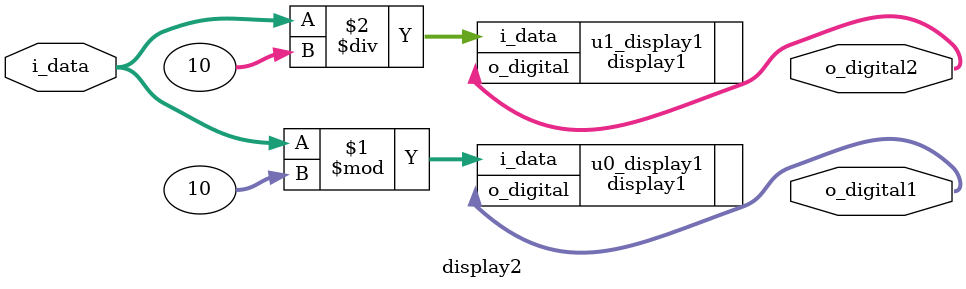
<source format=v>
module display2(
    input [4:0] i_data,
    output [6:0]o_digital1,
    output [6:0]o_digital2
);

display1 u0_display1(
	.i_data    (i_data%10    ),
    .o_digital (o_digital1 )
);

display1 u1_display1(
	.i_data    (i_data/10    ),
    .o_digital (o_digital2 )
);



endmodule
</source>
